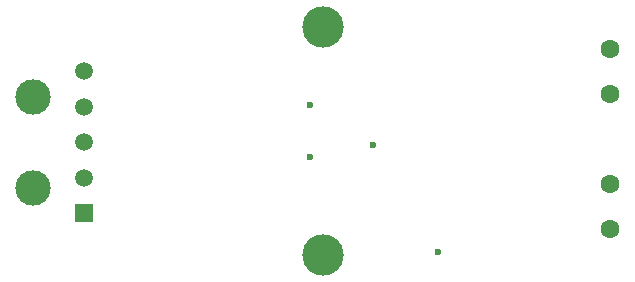
<source format=gbr>
%TF.GenerationSoftware,KiCad,Pcbnew,8.0.1*%
%TF.CreationDate,2024-04-22T12:52:14-04:00*%
%TF.ProjectId,QATCH_MUX_PCB_tester_1x1,51415443-485f-44d5-9558-5f5043425f74,1*%
%TF.SameCoordinates,Original*%
%TF.FileFunction,Soldermask,Bot*%
%TF.FilePolarity,Negative*%
%FSLAX46Y46*%
G04 Gerber Fmt 4.6, Leading zero omitted, Abs format (unit mm)*
G04 Created by KiCad (PCBNEW 8.0.1) date 2024-04-22 12:52:14*
%MOMM*%
%LPD*%
G01*
G04 APERTURE LIST*
%ADD10C,2.999999*%
%ADD11R,1.520000X1.520000*%
%ADD12C,1.520000*%
%ADD13C,1.600200*%
%ADD14C,3.500000*%
%ADD15C,0.600000*%
G04 APERTURE END LIST*
D10*
%TO.C,J1*%
X113970001Y-95640002D03*
X113970001Y-103339986D03*
D11*
X118290000Y-105490000D03*
D12*
X118290000Y-102490001D03*
X118290000Y-99490002D03*
X118290000Y-96490003D03*
X118290000Y-93490004D03*
%TD*%
D13*
%TO.C,J3*%
X162854000Y-103009997D03*
X162854000Y-106819997D03*
%TD*%
%TO.C,J2*%
X162844000Y-91600000D03*
X162844000Y-95410000D03*
%TD*%
D14*
X138500000Y-109000000D03*
X138500000Y-89750000D03*
D15*
X137450000Y-100700000D03*
X137450000Y-96350000D03*
X142750000Y-99750000D03*
X148250000Y-108750000D03*
M02*

</source>
